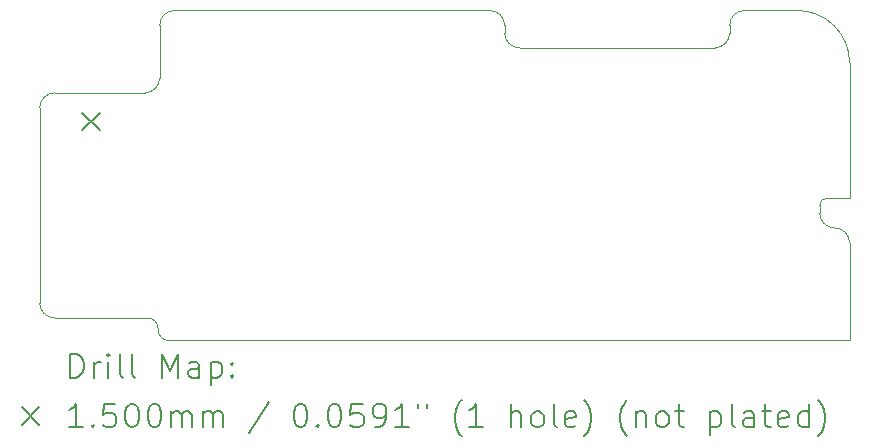
<source format=gbr>
%TF.GenerationSoftware,KiCad,Pcbnew,8.0.2*%
%TF.CreationDate,2024-05-11T15:05:26+02:00*%
%TF.ProjectId,WiFi-2-OIP-UI,57694669-2d32-42d4-9f49-502d55492e6b,V1.0*%
%TF.SameCoordinates,Original*%
%TF.FileFunction,Drillmap*%
%TF.FilePolarity,Positive*%
%FSLAX45Y45*%
G04 Gerber Fmt 4.5, Leading zero omitted, Abs format (unit mm)*
G04 Created by KiCad (PCBNEW 8.0.2) date 2024-05-11 15:05:26*
%MOMM*%
%LPD*%
G01*
G04 APERTURE LIST*
%ADD10C,0.050000*%
%ADD11C,0.200000*%
%ADD12C,0.150000*%
G04 APERTURE END LIST*
D10*
X17780000Y-10096500D02*
X17780000Y-10160000D01*
X18034000Y-10033000D02*
X17843500Y-10033000D01*
X17780000Y-10096500D02*
G75*
G02*
X17843500Y-10033000I63500J0D01*
G01*
X15113000Y-8572500D02*
X15113000Y-8636000D01*
X17018000Y-8572500D02*
X17018000Y-8636000D01*
X18034000Y-10414000D02*
X18034000Y-11239500D01*
X17907000Y-10287000D02*
G75*
G02*
X17780000Y-10160000I0J127000D01*
G01*
X17907000Y-10287000D02*
G75*
G02*
X18034000Y-10414000I0J-127000D01*
G01*
X17589500Y-8445500D02*
X17145000Y-8445500D01*
X15240000Y-8763000D02*
X16891000Y-8763000D01*
X17018000Y-8636000D02*
G75*
G02*
X16891000Y-8763000I-127000J0D01*
G01*
X17018000Y-8572500D02*
G75*
G02*
X17145000Y-8445500I127000J0D01*
G01*
X14986000Y-8445500D02*
G75*
G02*
X15113000Y-8572500I0J-127000D01*
G01*
X11303000Y-11049000D02*
X12090400Y-11049000D01*
X17589500Y-8445500D02*
G75*
G02*
X18034000Y-8890000I0J-444500D01*
G01*
X12192000Y-8572500D02*
G75*
G02*
X12319000Y-8445500I127000J0D01*
G01*
X12192000Y-9017000D02*
G75*
G02*
X12065000Y-9144000I-127000J0D01*
G01*
X11176000Y-9271000D02*
G75*
G02*
X11303000Y-9144000I127000J0D01*
G01*
X11303000Y-11049000D02*
G75*
G02*
X11176000Y-10922000I0J127000D01*
G01*
X12192000Y-9017000D02*
X12192000Y-8572500D01*
X11303000Y-9144000D02*
X12065000Y-9144000D01*
X11176000Y-9271000D02*
X11176000Y-10922000D01*
X14986000Y-8445500D02*
X12319000Y-8445500D01*
X18034000Y-10033000D02*
X18034000Y-8890000D01*
X12268200Y-11239500D02*
X18034000Y-11239500D01*
X15240000Y-8763000D02*
G75*
G02*
X15113000Y-8636000I0J127000D01*
G01*
X12179300Y-11137900D02*
X12179300Y-11150600D01*
X12268200Y-11239500D02*
G75*
G02*
X12179300Y-11150600I0J88900D01*
G01*
X12090400Y-11049000D02*
G75*
G02*
X12179300Y-11137900I0J-88900D01*
G01*
D11*
D12*
X11535000Y-9310000D02*
X11685000Y-9460000D01*
X11685000Y-9310000D02*
X11535000Y-9460000D01*
D11*
X11434277Y-11553484D02*
X11434277Y-11353484D01*
X11434277Y-11353484D02*
X11481896Y-11353484D01*
X11481896Y-11353484D02*
X11510467Y-11363008D01*
X11510467Y-11363008D02*
X11529515Y-11382055D01*
X11529515Y-11382055D02*
X11539039Y-11401103D01*
X11539039Y-11401103D02*
X11548562Y-11439198D01*
X11548562Y-11439198D02*
X11548562Y-11467769D01*
X11548562Y-11467769D02*
X11539039Y-11505865D01*
X11539039Y-11505865D02*
X11529515Y-11524912D01*
X11529515Y-11524912D02*
X11510467Y-11543960D01*
X11510467Y-11543960D02*
X11481896Y-11553484D01*
X11481896Y-11553484D02*
X11434277Y-11553484D01*
X11634277Y-11553484D02*
X11634277Y-11420150D01*
X11634277Y-11458246D02*
X11643801Y-11439198D01*
X11643801Y-11439198D02*
X11653324Y-11429674D01*
X11653324Y-11429674D02*
X11672372Y-11420150D01*
X11672372Y-11420150D02*
X11691420Y-11420150D01*
X11758086Y-11553484D02*
X11758086Y-11420150D01*
X11758086Y-11353484D02*
X11748562Y-11363008D01*
X11748562Y-11363008D02*
X11758086Y-11372531D01*
X11758086Y-11372531D02*
X11767610Y-11363008D01*
X11767610Y-11363008D02*
X11758086Y-11353484D01*
X11758086Y-11353484D02*
X11758086Y-11372531D01*
X11881896Y-11553484D02*
X11862848Y-11543960D01*
X11862848Y-11543960D02*
X11853324Y-11524912D01*
X11853324Y-11524912D02*
X11853324Y-11353484D01*
X11986658Y-11553484D02*
X11967610Y-11543960D01*
X11967610Y-11543960D02*
X11958086Y-11524912D01*
X11958086Y-11524912D02*
X11958086Y-11353484D01*
X12215229Y-11553484D02*
X12215229Y-11353484D01*
X12215229Y-11353484D02*
X12281896Y-11496341D01*
X12281896Y-11496341D02*
X12348562Y-11353484D01*
X12348562Y-11353484D02*
X12348562Y-11553484D01*
X12529515Y-11553484D02*
X12529515Y-11448722D01*
X12529515Y-11448722D02*
X12519991Y-11429674D01*
X12519991Y-11429674D02*
X12500943Y-11420150D01*
X12500943Y-11420150D02*
X12462848Y-11420150D01*
X12462848Y-11420150D02*
X12443801Y-11429674D01*
X12529515Y-11543960D02*
X12510467Y-11553484D01*
X12510467Y-11553484D02*
X12462848Y-11553484D01*
X12462848Y-11553484D02*
X12443801Y-11543960D01*
X12443801Y-11543960D02*
X12434277Y-11524912D01*
X12434277Y-11524912D02*
X12434277Y-11505865D01*
X12434277Y-11505865D02*
X12443801Y-11486817D01*
X12443801Y-11486817D02*
X12462848Y-11477293D01*
X12462848Y-11477293D02*
X12510467Y-11477293D01*
X12510467Y-11477293D02*
X12529515Y-11467769D01*
X12624753Y-11420150D02*
X12624753Y-11620150D01*
X12624753Y-11429674D02*
X12643801Y-11420150D01*
X12643801Y-11420150D02*
X12681896Y-11420150D01*
X12681896Y-11420150D02*
X12700943Y-11429674D01*
X12700943Y-11429674D02*
X12710467Y-11439198D01*
X12710467Y-11439198D02*
X12719991Y-11458246D01*
X12719991Y-11458246D02*
X12719991Y-11515388D01*
X12719991Y-11515388D02*
X12710467Y-11534436D01*
X12710467Y-11534436D02*
X12700943Y-11543960D01*
X12700943Y-11543960D02*
X12681896Y-11553484D01*
X12681896Y-11553484D02*
X12643801Y-11553484D01*
X12643801Y-11553484D02*
X12624753Y-11543960D01*
X12805705Y-11534436D02*
X12815229Y-11543960D01*
X12815229Y-11543960D02*
X12805705Y-11553484D01*
X12805705Y-11553484D02*
X12796182Y-11543960D01*
X12796182Y-11543960D02*
X12805705Y-11534436D01*
X12805705Y-11534436D02*
X12805705Y-11553484D01*
X12805705Y-11429674D02*
X12815229Y-11439198D01*
X12815229Y-11439198D02*
X12805705Y-11448722D01*
X12805705Y-11448722D02*
X12796182Y-11439198D01*
X12796182Y-11439198D02*
X12805705Y-11429674D01*
X12805705Y-11429674D02*
X12805705Y-11448722D01*
D12*
X11023500Y-11807000D02*
X11173500Y-11957000D01*
X11173500Y-11807000D02*
X11023500Y-11957000D01*
D11*
X11539039Y-11973484D02*
X11424753Y-11973484D01*
X11481896Y-11973484D02*
X11481896Y-11773484D01*
X11481896Y-11773484D02*
X11462848Y-11802055D01*
X11462848Y-11802055D02*
X11443801Y-11821103D01*
X11443801Y-11821103D02*
X11424753Y-11830627D01*
X11624753Y-11954436D02*
X11634277Y-11963960D01*
X11634277Y-11963960D02*
X11624753Y-11973484D01*
X11624753Y-11973484D02*
X11615229Y-11963960D01*
X11615229Y-11963960D02*
X11624753Y-11954436D01*
X11624753Y-11954436D02*
X11624753Y-11973484D01*
X11815229Y-11773484D02*
X11719991Y-11773484D01*
X11719991Y-11773484D02*
X11710467Y-11868722D01*
X11710467Y-11868722D02*
X11719991Y-11859198D01*
X11719991Y-11859198D02*
X11739039Y-11849674D01*
X11739039Y-11849674D02*
X11786658Y-11849674D01*
X11786658Y-11849674D02*
X11805705Y-11859198D01*
X11805705Y-11859198D02*
X11815229Y-11868722D01*
X11815229Y-11868722D02*
X11824753Y-11887769D01*
X11824753Y-11887769D02*
X11824753Y-11935388D01*
X11824753Y-11935388D02*
X11815229Y-11954436D01*
X11815229Y-11954436D02*
X11805705Y-11963960D01*
X11805705Y-11963960D02*
X11786658Y-11973484D01*
X11786658Y-11973484D02*
X11739039Y-11973484D01*
X11739039Y-11973484D02*
X11719991Y-11963960D01*
X11719991Y-11963960D02*
X11710467Y-11954436D01*
X11948562Y-11773484D02*
X11967610Y-11773484D01*
X11967610Y-11773484D02*
X11986658Y-11783008D01*
X11986658Y-11783008D02*
X11996182Y-11792531D01*
X11996182Y-11792531D02*
X12005705Y-11811579D01*
X12005705Y-11811579D02*
X12015229Y-11849674D01*
X12015229Y-11849674D02*
X12015229Y-11897293D01*
X12015229Y-11897293D02*
X12005705Y-11935388D01*
X12005705Y-11935388D02*
X11996182Y-11954436D01*
X11996182Y-11954436D02*
X11986658Y-11963960D01*
X11986658Y-11963960D02*
X11967610Y-11973484D01*
X11967610Y-11973484D02*
X11948562Y-11973484D01*
X11948562Y-11973484D02*
X11929515Y-11963960D01*
X11929515Y-11963960D02*
X11919991Y-11954436D01*
X11919991Y-11954436D02*
X11910467Y-11935388D01*
X11910467Y-11935388D02*
X11900943Y-11897293D01*
X11900943Y-11897293D02*
X11900943Y-11849674D01*
X11900943Y-11849674D02*
X11910467Y-11811579D01*
X11910467Y-11811579D02*
X11919991Y-11792531D01*
X11919991Y-11792531D02*
X11929515Y-11783008D01*
X11929515Y-11783008D02*
X11948562Y-11773484D01*
X12139039Y-11773484D02*
X12158086Y-11773484D01*
X12158086Y-11773484D02*
X12177134Y-11783008D01*
X12177134Y-11783008D02*
X12186658Y-11792531D01*
X12186658Y-11792531D02*
X12196182Y-11811579D01*
X12196182Y-11811579D02*
X12205705Y-11849674D01*
X12205705Y-11849674D02*
X12205705Y-11897293D01*
X12205705Y-11897293D02*
X12196182Y-11935388D01*
X12196182Y-11935388D02*
X12186658Y-11954436D01*
X12186658Y-11954436D02*
X12177134Y-11963960D01*
X12177134Y-11963960D02*
X12158086Y-11973484D01*
X12158086Y-11973484D02*
X12139039Y-11973484D01*
X12139039Y-11973484D02*
X12119991Y-11963960D01*
X12119991Y-11963960D02*
X12110467Y-11954436D01*
X12110467Y-11954436D02*
X12100943Y-11935388D01*
X12100943Y-11935388D02*
X12091420Y-11897293D01*
X12091420Y-11897293D02*
X12091420Y-11849674D01*
X12091420Y-11849674D02*
X12100943Y-11811579D01*
X12100943Y-11811579D02*
X12110467Y-11792531D01*
X12110467Y-11792531D02*
X12119991Y-11783008D01*
X12119991Y-11783008D02*
X12139039Y-11773484D01*
X12291420Y-11973484D02*
X12291420Y-11840150D01*
X12291420Y-11859198D02*
X12300943Y-11849674D01*
X12300943Y-11849674D02*
X12319991Y-11840150D01*
X12319991Y-11840150D02*
X12348563Y-11840150D01*
X12348563Y-11840150D02*
X12367610Y-11849674D01*
X12367610Y-11849674D02*
X12377134Y-11868722D01*
X12377134Y-11868722D02*
X12377134Y-11973484D01*
X12377134Y-11868722D02*
X12386658Y-11849674D01*
X12386658Y-11849674D02*
X12405705Y-11840150D01*
X12405705Y-11840150D02*
X12434277Y-11840150D01*
X12434277Y-11840150D02*
X12453324Y-11849674D01*
X12453324Y-11849674D02*
X12462848Y-11868722D01*
X12462848Y-11868722D02*
X12462848Y-11973484D01*
X12558086Y-11973484D02*
X12558086Y-11840150D01*
X12558086Y-11859198D02*
X12567610Y-11849674D01*
X12567610Y-11849674D02*
X12586658Y-11840150D01*
X12586658Y-11840150D02*
X12615229Y-11840150D01*
X12615229Y-11840150D02*
X12634277Y-11849674D01*
X12634277Y-11849674D02*
X12643801Y-11868722D01*
X12643801Y-11868722D02*
X12643801Y-11973484D01*
X12643801Y-11868722D02*
X12653324Y-11849674D01*
X12653324Y-11849674D02*
X12672372Y-11840150D01*
X12672372Y-11840150D02*
X12700943Y-11840150D01*
X12700943Y-11840150D02*
X12719991Y-11849674D01*
X12719991Y-11849674D02*
X12729515Y-11868722D01*
X12729515Y-11868722D02*
X12729515Y-11973484D01*
X13119991Y-11763960D02*
X12948563Y-12021103D01*
X13377134Y-11773484D02*
X13396182Y-11773484D01*
X13396182Y-11773484D02*
X13415229Y-11783008D01*
X13415229Y-11783008D02*
X13424753Y-11792531D01*
X13424753Y-11792531D02*
X13434277Y-11811579D01*
X13434277Y-11811579D02*
X13443801Y-11849674D01*
X13443801Y-11849674D02*
X13443801Y-11897293D01*
X13443801Y-11897293D02*
X13434277Y-11935388D01*
X13434277Y-11935388D02*
X13424753Y-11954436D01*
X13424753Y-11954436D02*
X13415229Y-11963960D01*
X13415229Y-11963960D02*
X13396182Y-11973484D01*
X13396182Y-11973484D02*
X13377134Y-11973484D01*
X13377134Y-11973484D02*
X13358086Y-11963960D01*
X13358086Y-11963960D02*
X13348563Y-11954436D01*
X13348563Y-11954436D02*
X13339039Y-11935388D01*
X13339039Y-11935388D02*
X13329515Y-11897293D01*
X13329515Y-11897293D02*
X13329515Y-11849674D01*
X13329515Y-11849674D02*
X13339039Y-11811579D01*
X13339039Y-11811579D02*
X13348563Y-11792531D01*
X13348563Y-11792531D02*
X13358086Y-11783008D01*
X13358086Y-11783008D02*
X13377134Y-11773484D01*
X13529515Y-11954436D02*
X13539039Y-11963960D01*
X13539039Y-11963960D02*
X13529515Y-11973484D01*
X13529515Y-11973484D02*
X13519991Y-11963960D01*
X13519991Y-11963960D02*
X13529515Y-11954436D01*
X13529515Y-11954436D02*
X13529515Y-11973484D01*
X13662848Y-11773484D02*
X13681896Y-11773484D01*
X13681896Y-11773484D02*
X13700944Y-11783008D01*
X13700944Y-11783008D02*
X13710467Y-11792531D01*
X13710467Y-11792531D02*
X13719991Y-11811579D01*
X13719991Y-11811579D02*
X13729515Y-11849674D01*
X13729515Y-11849674D02*
X13729515Y-11897293D01*
X13729515Y-11897293D02*
X13719991Y-11935388D01*
X13719991Y-11935388D02*
X13710467Y-11954436D01*
X13710467Y-11954436D02*
X13700944Y-11963960D01*
X13700944Y-11963960D02*
X13681896Y-11973484D01*
X13681896Y-11973484D02*
X13662848Y-11973484D01*
X13662848Y-11973484D02*
X13643801Y-11963960D01*
X13643801Y-11963960D02*
X13634277Y-11954436D01*
X13634277Y-11954436D02*
X13624753Y-11935388D01*
X13624753Y-11935388D02*
X13615229Y-11897293D01*
X13615229Y-11897293D02*
X13615229Y-11849674D01*
X13615229Y-11849674D02*
X13624753Y-11811579D01*
X13624753Y-11811579D02*
X13634277Y-11792531D01*
X13634277Y-11792531D02*
X13643801Y-11783008D01*
X13643801Y-11783008D02*
X13662848Y-11773484D01*
X13910467Y-11773484D02*
X13815229Y-11773484D01*
X13815229Y-11773484D02*
X13805706Y-11868722D01*
X13805706Y-11868722D02*
X13815229Y-11859198D01*
X13815229Y-11859198D02*
X13834277Y-11849674D01*
X13834277Y-11849674D02*
X13881896Y-11849674D01*
X13881896Y-11849674D02*
X13900944Y-11859198D01*
X13900944Y-11859198D02*
X13910467Y-11868722D01*
X13910467Y-11868722D02*
X13919991Y-11887769D01*
X13919991Y-11887769D02*
X13919991Y-11935388D01*
X13919991Y-11935388D02*
X13910467Y-11954436D01*
X13910467Y-11954436D02*
X13900944Y-11963960D01*
X13900944Y-11963960D02*
X13881896Y-11973484D01*
X13881896Y-11973484D02*
X13834277Y-11973484D01*
X13834277Y-11973484D02*
X13815229Y-11963960D01*
X13815229Y-11963960D02*
X13805706Y-11954436D01*
X14015229Y-11973484D02*
X14053325Y-11973484D01*
X14053325Y-11973484D02*
X14072372Y-11963960D01*
X14072372Y-11963960D02*
X14081896Y-11954436D01*
X14081896Y-11954436D02*
X14100944Y-11925865D01*
X14100944Y-11925865D02*
X14110467Y-11887769D01*
X14110467Y-11887769D02*
X14110467Y-11811579D01*
X14110467Y-11811579D02*
X14100944Y-11792531D01*
X14100944Y-11792531D02*
X14091420Y-11783008D01*
X14091420Y-11783008D02*
X14072372Y-11773484D01*
X14072372Y-11773484D02*
X14034277Y-11773484D01*
X14034277Y-11773484D02*
X14015229Y-11783008D01*
X14015229Y-11783008D02*
X14005706Y-11792531D01*
X14005706Y-11792531D02*
X13996182Y-11811579D01*
X13996182Y-11811579D02*
X13996182Y-11859198D01*
X13996182Y-11859198D02*
X14005706Y-11878246D01*
X14005706Y-11878246D02*
X14015229Y-11887769D01*
X14015229Y-11887769D02*
X14034277Y-11897293D01*
X14034277Y-11897293D02*
X14072372Y-11897293D01*
X14072372Y-11897293D02*
X14091420Y-11887769D01*
X14091420Y-11887769D02*
X14100944Y-11878246D01*
X14100944Y-11878246D02*
X14110467Y-11859198D01*
X14300944Y-11973484D02*
X14186658Y-11973484D01*
X14243801Y-11973484D02*
X14243801Y-11773484D01*
X14243801Y-11773484D02*
X14224753Y-11802055D01*
X14224753Y-11802055D02*
X14205706Y-11821103D01*
X14205706Y-11821103D02*
X14186658Y-11830627D01*
X14377134Y-11773484D02*
X14377134Y-11811579D01*
X14453325Y-11773484D02*
X14453325Y-11811579D01*
X14748563Y-12049674D02*
X14739039Y-12040150D01*
X14739039Y-12040150D02*
X14719991Y-12011579D01*
X14719991Y-12011579D02*
X14710468Y-11992531D01*
X14710468Y-11992531D02*
X14700944Y-11963960D01*
X14700944Y-11963960D02*
X14691420Y-11916341D01*
X14691420Y-11916341D02*
X14691420Y-11878246D01*
X14691420Y-11878246D02*
X14700944Y-11830627D01*
X14700944Y-11830627D02*
X14710468Y-11802055D01*
X14710468Y-11802055D02*
X14719991Y-11783008D01*
X14719991Y-11783008D02*
X14739039Y-11754436D01*
X14739039Y-11754436D02*
X14748563Y-11744912D01*
X14929515Y-11973484D02*
X14815229Y-11973484D01*
X14872372Y-11973484D02*
X14872372Y-11773484D01*
X14872372Y-11773484D02*
X14853325Y-11802055D01*
X14853325Y-11802055D02*
X14834277Y-11821103D01*
X14834277Y-11821103D02*
X14815229Y-11830627D01*
X15167610Y-11973484D02*
X15167610Y-11773484D01*
X15253325Y-11973484D02*
X15253325Y-11868722D01*
X15253325Y-11868722D02*
X15243801Y-11849674D01*
X15243801Y-11849674D02*
X15224753Y-11840150D01*
X15224753Y-11840150D02*
X15196182Y-11840150D01*
X15196182Y-11840150D02*
X15177134Y-11849674D01*
X15177134Y-11849674D02*
X15167610Y-11859198D01*
X15377134Y-11973484D02*
X15358087Y-11963960D01*
X15358087Y-11963960D02*
X15348563Y-11954436D01*
X15348563Y-11954436D02*
X15339039Y-11935388D01*
X15339039Y-11935388D02*
X15339039Y-11878246D01*
X15339039Y-11878246D02*
X15348563Y-11859198D01*
X15348563Y-11859198D02*
X15358087Y-11849674D01*
X15358087Y-11849674D02*
X15377134Y-11840150D01*
X15377134Y-11840150D02*
X15405706Y-11840150D01*
X15405706Y-11840150D02*
X15424753Y-11849674D01*
X15424753Y-11849674D02*
X15434277Y-11859198D01*
X15434277Y-11859198D02*
X15443801Y-11878246D01*
X15443801Y-11878246D02*
X15443801Y-11935388D01*
X15443801Y-11935388D02*
X15434277Y-11954436D01*
X15434277Y-11954436D02*
X15424753Y-11963960D01*
X15424753Y-11963960D02*
X15405706Y-11973484D01*
X15405706Y-11973484D02*
X15377134Y-11973484D01*
X15558087Y-11973484D02*
X15539039Y-11963960D01*
X15539039Y-11963960D02*
X15529515Y-11944912D01*
X15529515Y-11944912D02*
X15529515Y-11773484D01*
X15710468Y-11963960D02*
X15691420Y-11973484D01*
X15691420Y-11973484D02*
X15653325Y-11973484D01*
X15653325Y-11973484D02*
X15634277Y-11963960D01*
X15634277Y-11963960D02*
X15624753Y-11944912D01*
X15624753Y-11944912D02*
X15624753Y-11868722D01*
X15624753Y-11868722D02*
X15634277Y-11849674D01*
X15634277Y-11849674D02*
X15653325Y-11840150D01*
X15653325Y-11840150D02*
X15691420Y-11840150D01*
X15691420Y-11840150D02*
X15710468Y-11849674D01*
X15710468Y-11849674D02*
X15719991Y-11868722D01*
X15719991Y-11868722D02*
X15719991Y-11887769D01*
X15719991Y-11887769D02*
X15624753Y-11906817D01*
X15786658Y-12049674D02*
X15796182Y-12040150D01*
X15796182Y-12040150D02*
X15815230Y-12011579D01*
X15815230Y-12011579D02*
X15824753Y-11992531D01*
X15824753Y-11992531D02*
X15834277Y-11963960D01*
X15834277Y-11963960D02*
X15843801Y-11916341D01*
X15843801Y-11916341D02*
X15843801Y-11878246D01*
X15843801Y-11878246D02*
X15834277Y-11830627D01*
X15834277Y-11830627D02*
X15824753Y-11802055D01*
X15824753Y-11802055D02*
X15815230Y-11783008D01*
X15815230Y-11783008D02*
X15796182Y-11754436D01*
X15796182Y-11754436D02*
X15786658Y-11744912D01*
X16148563Y-12049674D02*
X16139039Y-12040150D01*
X16139039Y-12040150D02*
X16119991Y-12011579D01*
X16119991Y-12011579D02*
X16110468Y-11992531D01*
X16110468Y-11992531D02*
X16100944Y-11963960D01*
X16100944Y-11963960D02*
X16091420Y-11916341D01*
X16091420Y-11916341D02*
X16091420Y-11878246D01*
X16091420Y-11878246D02*
X16100944Y-11830627D01*
X16100944Y-11830627D02*
X16110468Y-11802055D01*
X16110468Y-11802055D02*
X16119991Y-11783008D01*
X16119991Y-11783008D02*
X16139039Y-11754436D01*
X16139039Y-11754436D02*
X16148563Y-11744912D01*
X16224753Y-11840150D02*
X16224753Y-11973484D01*
X16224753Y-11859198D02*
X16234277Y-11849674D01*
X16234277Y-11849674D02*
X16253325Y-11840150D01*
X16253325Y-11840150D02*
X16281896Y-11840150D01*
X16281896Y-11840150D02*
X16300944Y-11849674D01*
X16300944Y-11849674D02*
X16310468Y-11868722D01*
X16310468Y-11868722D02*
X16310468Y-11973484D01*
X16434277Y-11973484D02*
X16415230Y-11963960D01*
X16415230Y-11963960D02*
X16405706Y-11954436D01*
X16405706Y-11954436D02*
X16396182Y-11935388D01*
X16396182Y-11935388D02*
X16396182Y-11878246D01*
X16396182Y-11878246D02*
X16405706Y-11859198D01*
X16405706Y-11859198D02*
X16415230Y-11849674D01*
X16415230Y-11849674D02*
X16434277Y-11840150D01*
X16434277Y-11840150D02*
X16462849Y-11840150D01*
X16462849Y-11840150D02*
X16481896Y-11849674D01*
X16481896Y-11849674D02*
X16491420Y-11859198D01*
X16491420Y-11859198D02*
X16500944Y-11878246D01*
X16500944Y-11878246D02*
X16500944Y-11935388D01*
X16500944Y-11935388D02*
X16491420Y-11954436D01*
X16491420Y-11954436D02*
X16481896Y-11963960D01*
X16481896Y-11963960D02*
X16462849Y-11973484D01*
X16462849Y-11973484D02*
X16434277Y-11973484D01*
X16558087Y-11840150D02*
X16634277Y-11840150D01*
X16586658Y-11773484D02*
X16586658Y-11944912D01*
X16586658Y-11944912D02*
X16596182Y-11963960D01*
X16596182Y-11963960D02*
X16615230Y-11973484D01*
X16615230Y-11973484D02*
X16634277Y-11973484D01*
X16853325Y-11840150D02*
X16853325Y-12040150D01*
X16853325Y-11849674D02*
X16872373Y-11840150D01*
X16872373Y-11840150D02*
X16910468Y-11840150D01*
X16910468Y-11840150D02*
X16929515Y-11849674D01*
X16929515Y-11849674D02*
X16939039Y-11859198D01*
X16939039Y-11859198D02*
X16948563Y-11878246D01*
X16948563Y-11878246D02*
X16948563Y-11935388D01*
X16948563Y-11935388D02*
X16939039Y-11954436D01*
X16939039Y-11954436D02*
X16929515Y-11963960D01*
X16929515Y-11963960D02*
X16910468Y-11973484D01*
X16910468Y-11973484D02*
X16872373Y-11973484D01*
X16872373Y-11973484D02*
X16853325Y-11963960D01*
X17062849Y-11973484D02*
X17043801Y-11963960D01*
X17043801Y-11963960D02*
X17034277Y-11944912D01*
X17034277Y-11944912D02*
X17034277Y-11773484D01*
X17224754Y-11973484D02*
X17224754Y-11868722D01*
X17224754Y-11868722D02*
X17215230Y-11849674D01*
X17215230Y-11849674D02*
X17196182Y-11840150D01*
X17196182Y-11840150D02*
X17158087Y-11840150D01*
X17158087Y-11840150D02*
X17139039Y-11849674D01*
X17224754Y-11963960D02*
X17205706Y-11973484D01*
X17205706Y-11973484D02*
X17158087Y-11973484D01*
X17158087Y-11973484D02*
X17139039Y-11963960D01*
X17139039Y-11963960D02*
X17129515Y-11944912D01*
X17129515Y-11944912D02*
X17129515Y-11925865D01*
X17129515Y-11925865D02*
X17139039Y-11906817D01*
X17139039Y-11906817D02*
X17158087Y-11897293D01*
X17158087Y-11897293D02*
X17205706Y-11897293D01*
X17205706Y-11897293D02*
X17224754Y-11887769D01*
X17291420Y-11840150D02*
X17367611Y-11840150D01*
X17319992Y-11773484D02*
X17319992Y-11944912D01*
X17319992Y-11944912D02*
X17329515Y-11963960D01*
X17329515Y-11963960D02*
X17348563Y-11973484D01*
X17348563Y-11973484D02*
X17367611Y-11973484D01*
X17510468Y-11963960D02*
X17491420Y-11973484D01*
X17491420Y-11973484D02*
X17453325Y-11973484D01*
X17453325Y-11973484D02*
X17434277Y-11963960D01*
X17434277Y-11963960D02*
X17424754Y-11944912D01*
X17424754Y-11944912D02*
X17424754Y-11868722D01*
X17424754Y-11868722D02*
X17434277Y-11849674D01*
X17434277Y-11849674D02*
X17453325Y-11840150D01*
X17453325Y-11840150D02*
X17491420Y-11840150D01*
X17491420Y-11840150D02*
X17510468Y-11849674D01*
X17510468Y-11849674D02*
X17519992Y-11868722D01*
X17519992Y-11868722D02*
X17519992Y-11887769D01*
X17519992Y-11887769D02*
X17424754Y-11906817D01*
X17691420Y-11973484D02*
X17691420Y-11773484D01*
X17691420Y-11963960D02*
X17672373Y-11973484D01*
X17672373Y-11973484D02*
X17634277Y-11973484D01*
X17634277Y-11973484D02*
X17615230Y-11963960D01*
X17615230Y-11963960D02*
X17605706Y-11954436D01*
X17605706Y-11954436D02*
X17596182Y-11935388D01*
X17596182Y-11935388D02*
X17596182Y-11878246D01*
X17596182Y-11878246D02*
X17605706Y-11859198D01*
X17605706Y-11859198D02*
X17615230Y-11849674D01*
X17615230Y-11849674D02*
X17634277Y-11840150D01*
X17634277Y-11840150D02*
X17672373Y-11840150D01*
X17672373Y-11840150D02*
X17691420Y-11849674D01*
X17767611Y-12049674D02*
X17777135Y-12040150D01*
X17777135Y-12040150D02*
X17796182Y-12011579D01*
X17796182Y-12011579D02*
X17805706Y-11992531D01*
X17805706Y-11992531D02*
X17815230Y-11963960D01*
X17815230Y-11963960D02*
X17824754Y-11916341D01*
X17824754Y-11916341D02*
X17824754Y-11878246D01*
X17824754Y-11878246D02*
X17815230Y-11830627D01*
X17815230Y-11830627D02*
X17805706Y-11802055D01*
X17805706Y-11802055D02*
X17796182Y-11783008D01*
X17796182Y-11783008D02*
X17777135Y-11754436D01*
X17777135Y-11754436D02*
X17767611Y-11744912D01*
M02*

</source>
